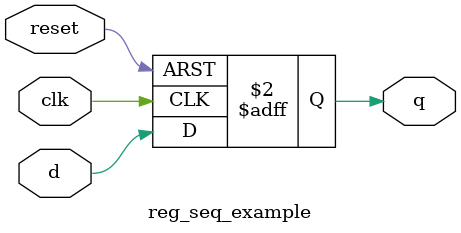
<source format=v>
module reg_seq_example( clk, reset, d, q);
input clk, reset, d;
output q;
  
reg   q;
wire clk, reset, d;

always @ (posedge clk or posedge reset)
if (reset) begin
  q <= 1'b0;
end else begin
  q <= d;
end

endmodule

</source>
